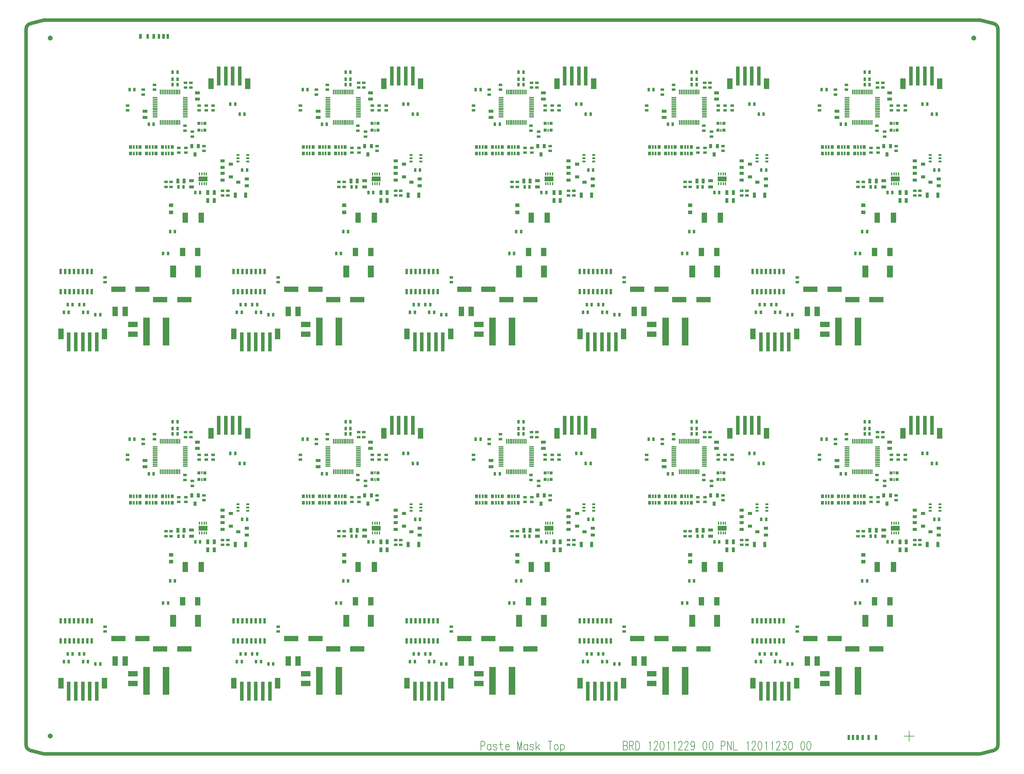
<source format=gbr>
*
G04 Job   : N:\Projects\kaufma01\BR167\12011229\PANEL_12011230\12011230.pnl*
G04 User  : DEDOCAE038:kaufma01*
G04 Layer : SolderPasteTop.gbr*
G04 Date  : Tue Feb 28 13:54:34 2017*
G04 Expedition Layer: Solder Paste - Top*
%ICAS*%
%MOIN*%
%FSDAX24Y24*%
%OFA0.0000B0.0000*%
G90*
G74*
%AMVB_RECTANGLE*
21,1,$1,$2,0,0,$3*
%
%ADD11C,0.00787*%
%ADD10C,0.03937*%
%ADD72VB_RECTANGLE,0.03150X0.03150X90.00000*%
%ADD19VB_RECTANGLE,0.03150X0.01575X270.00000*%
%ADD24VB_RECTANGLE,0.03150X0.01969X0.00000*%
%ADD73VB_RECTANGLE,0.03543X0.01575X270.00000*%
%ADD12VB_RECTANGLE,0.03937X0.02756X180.00000*%
%ADD20VB_RECTANGLE,0.03937X0.02756X90.00000*%
%ADD26VB_RECTANGLE,0.04331X0.01772X90.00000*%
%ADD27VB_RECTANGLE,0.04331X0.03150X90.00000*%
%ADD28VB_RECTANGLE,0.04724X0.03150X180.00000*%
%ADD23VB_RECTANGLE,0.04724X0.03150X270.00000*%
%ADD30VB_RECTANGLE,0.04724X0.03937X0.00000*%
%ADD16VB_RECTANGLE,0.05118X0.01181X0.00000*%
%ADD15VB_RECTANGLE,0.05118X0.01181X90.00000*%
%ADD18VB_RECTANGLE,0.05118X0.03150X180.00000*%
%ADD17VB_RECTANGLE,0.05118X0.03150X90.00000*%
%ADD13VB_RECTANGLE,0.05906X0.03150X270.00000*%
%ADD31VB_RECTANGLE,0.05906X0.15748X270.00000*%
%ADD25VB_RECTANGLE,0.06299X0.02362X90.00000*%
%ADD14VB_RECTANGLE,0.09055X0.06299X90.00000*%
%ADD70VB_RECTANGLE,0.09843X0.05118X0.00000*%
%ADD32VB_RECTANGLE,0.10630X0.06299X180.00000*%
%ADD33VB_RECTANGLE,0.10630X0.06299X90.00000*%
%ADD34VB_RECTANGLE,0.11417X0.06299X90.00000*%
%ADD21VB_RECTANGLE,0.11811X0.06299X270.00000*%
%ADD29VB_RECTANGLE,0.13386X0.06890X270.00000*%
%ADD22VB_RECTANGLE,0.21654X0.03937X270.00000*%
%ADD71VB_RECTANGLE,0.31102X0.07087X270.00000*%
G01*
G36*
X-096772Y-000283D02*
Y-000039D01*
X-097015*
G02X-097018Y000000I000283J000039*
X-096732Y000285I000286*
X-096693Y000283J000285*
G01Y000039*
X-096450*
G02X-096447Y000000I000282J000039*
X-096732Y-000285I000285*
X-096772Y-000283J000285*
G01Y000283D02*
Y000039D01*
X-097015*
G03X-097018Y000000I000283J000039*
X-096732Y-000285I000286*
X-096693Y-000283J000285*
G01Y-000039*
X-096450*
G03X-096447Y000000I000282J000039*
X-096732Y000285I000285*
X-096772Y000283J000285*
G01D02*
Y000039D01*
X-097015*
G03X-097018Y000000I000283J000039*
X-096732Y-000285I000286*
X-096693Y-000283J000285*
G01Y-000039*
X-096450*
G03X-096447Y000000I000282J000039*
X-096732Y000285I000285*
X-096772Y000283J000285*
G01Y078379D02*
Y078622D01*
X-097015*
G02X-097018Y078661I000283J000039*
X-096732Y078947I000286*
X-096693Y078944J000286*
G01Y078701*
X-096450*
G02X-096447Y078661I000282J000040*
X-096732Y078376I000285*
X-096772Y078379J000285*
G01Y078944D02*
Y078701D01*
X-097015*
G03X-097018Y078661I000283J000040*
X-096732Y078376I000286*
X-096693Y078379J000285*
G01Y078622*
X-096450*
G03X-096447Y078661I000282J000039*
X-096732Y078947I000285*
X-096772Y078944J000286*
G01X-086713Y078583D02*
X-086437D01*
Y079134*
X-086713*
Y078583*
X-085886D02*
X-085610D01*
Y079134*
X-085886*
Y078583*
X-085217D02*
X-084941D01*
Y079134*
X-085217*
Y078583*
X-084626D02*
X-084350D01*
Y079134*
X-084626*
Y078583*
X-084114D02*
X-083839D01*
Y079134*
X-084114*
Y078583*
X-083642D02*
X-083366D01*
Y079134*
X-083642*
Y078583*
X-006929Y-000433D02*
X-006654D01*
Y000118*
X-006929*
Y-000433*
X-006457D02*
X-006181D01*
Y000118*
X-006457*
Y-000433*
X-005945D02*
X-005669D01*
Y000118*
X-005945*
Y-000433*
X-005354D02*
X-005079D01*
Y000118*
X-005354*
Y-000433*
X-004685D02*
X-004409D01*
Y000118*
X-004685*
Y-000433*
X-003858D02*
X-003583D01*
Y000118*
X-003858*
Y-000433*
X007244Y078379D02*
Y078622D01*
X007001*
G02X006998Y078661I000282J000039*
X007283Y078947I000285*
X007323Y078944J000286*
G01Y078701*
X007566*
G02X007569Y078661I000283J000040*
X007283Y078376I000286*
X007244Y078379J000285*
G01Y078944D02*
Y078701D01*
X007001*
G03X006998Y078661I000282J000040*
X007283Y078376I000285*
X007323Y078379J000285*
G01Y078622*
X007566*
G03X007569Y078661I000283J000039*
X007283Y078947I000286*
X007244Y078944J000286*
G37*
G54D10*
G01X-038819Y-002008D02*
X-097433D01*
G02X-097588Y-001987J000591*
G01X-099012Y-001602*
G02X-099449Y-001031I000154J000571*
G01Y079701*
G02X-099008Y080272I000591*
G01X-097587Y080650*
G02X-097433Y080669I000154J000571*
G01X007992*
G02X008142Y080650J000590*
G01X009563Y080276*
G02X010000Y079705I000154J000571*
G01Y-001031*
G02X009563Y-001602I000591*
G01X008151Y-001987*
G02X007995Y-002008I000156J000570*
G01X-038819*
G54D11*
X-048226Y-001575D02*
Y-000591D01*
X-047944*
X-047850Y-000650*
X-047819Y-000695*
X-047787Y-000784*
Y-000919*
X-047819Y-001023*
X-047850Y-001068*
X-047944Y-001113*
X-048226*
X-047098Y-001068D02*
X-047172Y-000978D01*
X-047245Y-000934*
X-047359*
X-047433Y-000978*
X-047506Y-001068*
X-047537Y-001202*
Y-001306*
X-047506Y-001441*
X-047433Y-001530*
X-047359Y-001575*
X-047245*
X-047172Y-001530*
X-047098Y-001441*
Y-000934D02*
Y-001575D01*
X-046410Y-001068D02*
X-046451Y-000978D01*
X-046566Y-000934*
X-046691*
X-046817Y-000978*
X-046848Y-001068*
X-046817Y-001157*
X-046733Y-001202*
X-046535Y-001247*
X-046451Y-001306*
X-046410Y-001396*
Y-001441*
X-046451Y-001530*
X-046566Y-001575*
X-046691*
X-046817Y-001530*
X-046848Y-001441*
X-046159Y-000934D02*
X-045773D01*
X-046002Y-000605D02*
Y-001396D01*
X-045940Y-001530*
X-045825Y-001575*
X-045721*
X-045470Y-001202D02*
X-045032D01*
Y-001113*
X-045063Y-001023*
X-045105Y-000978*
X-045178Y-000934*
X-045293*
X-045366Y-000978*
X-045439Y-001068*
X-045470Y-001202*
Y-001306*
X-045439Y-001441*
X-045366Y-001530*
X-045293Y-001575*
X-045178*
X-045105Y-001530*
X-045032Y-001441*
X-044092Y-001575D02*
Y-000591D01*
X-043873Y-001575*
X-043654Y-000591*
Y-001575*
X-042965Y-001068D02*
X-043038Y-000978D01*
X-043111Y-000934*
X-043226*
X-043299Y-000978*
X-043372Y-001068*
X-043403Y-001202*
Y-001306*
X-043372Y-001441*
X-043299Y-001530*
X-043226Y-001575*
X-043111*
X-043038Y-001530*
X-042965Y-001441*
Y-000934D02*
Y-001575D01*
X-042276Y-001068D02*
X-042318Y-000978D01*
X-042432Y-000934*
X-042558*
X-042683Y-000978*
X-042714Y-001068*
X-042683Y-001157*
X-042599Y-001202*
X-042401Y-001247*
X-042318Y-001306*
X-042276Y-001396*
Y-001441*
X-042318Y-001530*
X-042432Y-001575*
X-042558*
X-042683Y-001530*
X-042714Y-001441*
X-042025Y-000605D02*
Y-001575D01*
X-041869Y-001202D02*
X-041587Y-001575D01*
X-041629Y-000934D02*
X-042025Y-001396D01*
X-040647Y-000591D02*
X-040209D01*
X-040428D02*
Y-001575D01*
X-039791Y-000934D02*
X-039864Y-000978D01*
X-039927Y-001068*
X-039958Y-001202*
Y-001306*
X-039927Y-001441*
X-039864Y-001530*
X-039791Y-001575*
X-039687*
X-039624Y-001530*
X-039551Y-001441*
X-039520Y-001306*
Y-001202*
X-039551Y-001068*
X-039624Y-000978*
X-039687Y-000934*
X-039791*
X-039269Y-001068D02*
X-039207Y-000978D01*
X-039123Y-000934*
X-039019*
X-038946Y-000978*
X-038862Y-001068*
X-038831Y-001202*
Y-001306*
X-038862Y-001441*
X-038946Y-001530*
X-039019Y-001575*
X-039123*
X-039207Y-001530*
X-039269Y-001441*
Y-000934D02*
Y-001903D01*
X-032179Y-001068D02*
X-031897D01*
X-031803Y-001113*
X-031772Y-001157*
X-031741Y-001247*
Y-001396*
X-031772Y-001485*
X-031803Y-001530*
X-031897Y-001575*
X-032179*
Y-000591*
X-031897*
X-031803Y-000650*
X-031772Y-000695*
X-031741Y-000784*
Y-000874*
X-031772Y-000963*
X-031803Y-001023*
X-031897Y-001068*
X-031490Y-001575D02*
Y-000591D01*
X-031208*
X-031114Y-000650*
X-031083Y-000695*
X-031052Y-000784*
Y-000874*
X-031083Y-000963*
X-031114Y-001023*
X-031208Y-001068*
X-031490*
X-031271D02*
X-031052Y-001575D01*
X-030801Y-000591D02*
X-030582D01*
X-030488Y-000650*
X-030425Y-000740*
X-030394Y-000829*
X-030363Y-000963*
Y-001202*
X-030394Y-001336*
X-030425Y-001441*
X-030488Y-001530*
X-030582Y-001575*
X-030801*
Y-000591*
X-029256Y-000784D02*
X-029215Y-000740D01*
X-029162Y-000605*
Y-001575*
X-028703Y-000829D02*
Y-000784D01*
X-028672Y-000695*
X-028640Y-000650*
X-028578Y-000591*
X-028453*
X-028390Y-000650*
X-028359Y-000695*
X-028327Y-000784*
Y-000874*
X-028359Y-000963*
X-028421Y-001113*
X-028734Y-001575*
X-028296*
X-027857Y-000605D02*
X-027951Y-000650D01*
X-028014Y-000784*
X-028045Y-001023*
Y-001157*
X-028014Y-001396*
X-027951Y-001530*
X-027857Y-001575*
X-027795*
X-027701Y-001530*
X-027638Y-001396*
X-027607Y-001157*
Y-001023*
X-027638Y-000784*
X-027701Y-000650*
X-027795Y-000605*
X-027857*
X-027189Y-000784D02*
X-027148Y-000740D01*
X-027095Y-000605*
Y-001575*
X-026500Y-000784D02*
X-026459Y-000740D01*
X-026406Y-000605*
Y-001575*
X-025947Y-000829D02*
Y-000784D01*
X-025916Y-000695*
X-025885Y-000650*
X-025822Y-000591*
X-025697*
X-025634Y-000650*
X-025603Y-000695*
X-025571Y-000784*
Y-000874*
X-025603Y-000963*
X-025665Y-001113*
X-025979Y-001575*
X-025540*
X-025258Y-000829D02*
Y-000784D01*
X-025227Y-000695*
X-025196Y-000650*
X-025133Y-000591*
X-025008*
X-024945Y-000650*
X-024914Y-000695*
X-024882Y-000784*
Y-000874*
X-024914Y-000963*
X-024976Y-001113*
X-025290Y-001575*
X-024851*
X-024162Y-000919D02*
X-024193Y-001068D01*
X-024256Y-001157*
X-024371Y-001202*
X-024402*
X-024507Y-001157*
X-024569Y-001068*
X-024601Y-000919*
Y-000874*
X-024569Y-000740*
X-024507Y-000650*
X-024402Y-000605*
X-024371*
X-024256Y-000650*
X-024193Y-000740*
X-024162Y-000919*
Y-001157*
X-024193Y-001396*
X-024256Y-001530*
X-024371Y-001575*
X-024434*
X-024538Y-001530*
X-024569Y-001441*
X-023035Y-000605D02*
X-023129Y-000650D01*
X-023191Y-000784*
X-023223Y-001023*
Y-001157*
X-023191Y-001396*
X-023129Y-001530*
X-023035Y-001575*
X-022972*
X-022878Y-001530*
X-022816Y-001396*
X-022784Y-001157*
Y-001023*
X-022816Y-000784*
X-022878Y-000650*
X-022972Y-000605*
X-023035*
X-022346D02*
X-022440Y-000650D01*
X-022502Y-000784*
X-022534Y-001023*
Y-001157*
X-022502Y-001396*
X-022440Y-001530*
X-022346Y-001575*
X-022283*
X-022189Y-001530*
X-022127Y-001396*
X-022095Y-001157*
Y-001023*
X-022127Y-000784*
X-022189Y-000650*
X-022283Y-000605*
X-022346*
X-021156Y-001575D02*
Y-000591D01*
X-020874*
X-020780Y-000650*
X-020749Y-000695*
X-020717Y-000784*
Y-000919*
X-020749Y-001023*
X-020780Y-001068*
X-020874Y-001113*
X-021156*
X-020467Y-001575D02*
Y-000591D01*
X-020028Y-001575*
Y-000591*
X-019778D02*
Y-001575D01*
X-019339*
X-018233Y-000784D02*
X-018191Y-000740D01*
X-018139Y-000605*
Y-001575*
X-017680Y-000829D02*
Y-000784D01*
X-017648Y-000695*
X-017617Y-000650*
X-017554Y-000591*
X-017429*
X-017366Y-000650*
X-017335Y-000695*
X-017304Y-000784*
Y-000874*
X-017335Y-000963*
X-017398Y-001113*
X-017711Y-001575*
X-017273*
X-016834Y-000605D02*
X-016928Y-000650D01*
X-016991Y-000784*
X-017022Y-001023*
Y-001157*
X-016991Y-001396*
X-016928Y-001530*
X-016834Y-001575*
X-016771*
X-016678Y-001530*
X-016615Y-001396*
X-016584Y-001157*
Y-001023*
X-016615Y-000784*
X-016678Y-000650*
X-016771Y-000605*
X-016834*
X-016166Y-000784D02*
X-016124Y-000740D01*
X-016072Y-000605*
Y-001575*
X-015477Y-000784D02*
X-015435Y-000740D01*
X-015383Y-000605*
Y-001575*
X-014924Y-000829D02*
Y-000784D01*
X-014892Y-000695*
X-014861Y-000650*
X-014799Y-000591*
X-014673*
X-014611Y-000650*
X-014579Y-000695*
X-014548Y-000784*
Y-000874*
X-014579Y-000963*
X-014642Y-001113*
X-014955Y-001575*
X-014517*
X-014204Y-000605D02*
X-013859D01*
X-014047Y-000978*
X-013953*
X-013890Y-001023*
X-013859Y-001068*
X-013828Y-001202*
Y-001306*
X-013859Y-001441*
X-013922Y-001530*
X-014016Y-001575*
X-014110*
X-014204Y-001530*
X-014235Y-001485*
X-014266Y-001396*
X-013389Y-000605D02*
X-013483Y-000650D01*
X-013546Y-000784*
X-013577Y-001023*
Y-001157*
X-013546Y-001396*
X-013483Y-001530*
X-013389Y-001575*
X-013327*
X-013233Y-001530*
X-013170Y-001396*
X-013139Y-001157*
Y-001023*
X-013170Y-000784*
X-013233Y-000650*
X-013327Y-000605*
X-013389*
X-012011D02*
X-012105Y-000650D01*
X-012168Y-000784*
X-012199Y-001023*
Y-001157*
X-012168Y-001396*
X-012105Y-001530*
X-012011Y-001575*
X-011949*
X-011855Y-001530*
X-011792Y-001396*
X-011761Y-001157*
Y-001023*
X-011792Y-000784*
X-011855Y-000650*
X-011949Y-000605*
X-012011*
X-011322D02*
X-011416Y-000650D01*
X-011479Y-000784*
X-011510Y-001023*
Y-001157*
X-011479Y-001396*
X-011416Y-001530*
X-011322Y-001575*
X-011260*
X-011166Y-001530*
X-011103Y-001396*
X-011072Y-001157*
Y-001023*
X-011103Y-000784*
X-011166Y-000650*
X-011260Y-000605*
X-011322*
X-000591Y000000D02*
X000591D01*
X000000Y000591D02*
Y-000591D01*
G54D12*
X-090551Y011772D03*
Y012323D03*
Y051142D03*
Y051693D03*
X-088031Y031142D03*
Y031693D03*
Y070512D03*
Y071063D03*
X-086260Y032913D03*
Y033465D03*
Y072283D03*
Y072835D03*
X-085000Y033465D03*
Y034016D03*
Y072835D03*
Y073386D03*
X-083701Y022520D03*
Y023071D03*
Y061890D03*
Y062441D03*
X-083110Y022520D03*
Y023071D03*
Y061890D03*
Y062441D03*
X-082244Y026378D03*
Y026929D03*
Y065748D03*
Y066299D03*
X-081575Y028858D03*
Y029409D03*
Y068228D03*
Y068780D03*
X-081496Y033701D03*
Y034252D03*
Y073071D03*
Y073622D03*
X-081457Y026378D03*
Y026929D03*
Y065748D03*
Y066299D03*
X-080906Y033701D03*
Y034252D03*
Y073071D03*
Y073622D03*
X-080709Y028189D03*
Y028740D03*
Y067559D03*
Y068110D03*
X-079961Y031142D03*
Y031693D03*
Y070512D03*
Y071063D03*
X-079409Y026575D03*
Y027126D03*
Y065945D03*
Y066496D03*
X-079173Y031142D03*
Y031693D03*
Y070512D03*
Y071063D03*
X-078386Y031142D03*
Y031693D03*
Y070512D03*
Y071063D03*
X-077323Y021535D03*
Y022087D03*
Y060906D03*
Y061457D03*
X-076732Y021535D03*
Y022087D03*
Y060906D03*
Y061457D03*
X-071063Y011772D03*
Y012323D03*
Y051142D03*
Y051693D03*
X-068543Y031142D03*
Y031693D03*
Y070512D03*
Y071063D03*
X-066772Y032913D03*
Y033465D03*
Y072283D03*
Y072835D03*
X-065512Y033465D03*
Y034016D03*
Y072835D03*
Y073386D03*
X-064213Y022520D03*
Y023071D03*
Y061890D03*
Y062441D03*
X-063622Y022520D03*
Y023071D03*
Y061890D03*
Y062441D03*
X-062756Y026378D03*
Y026929D03*
Y065748D03*
Y066299D03*
X-062087Y028858D03*
Y029409D03*
Y068228D03*
Y068780D03*
X-062008Y033701D03*
Y034252D03*
Y073071D03*
Y073622D03*
X-061969Y026378D03*
Y026929D03*
Y065748D03*
Y066299D03*
X-061417Y033701D03*
Y034252D03*
Y073071D03*
Y073622D03*
X-061220Y028189D03*
Y028740D03*
Y067559D03*
Y068110D03*
X-060472Y031142D03*
Y031693D03*
Y070512D03*
Y071063D03*
X-059921Y026575D03*
Y027126D03*
Y065945D03*
Y066496D03*
X-059685Y031142D03*
Y031693D03*
Y070512D03*
Y071063D03*
X-058898Y031142D03*
Y031693D03*
Y070512D03*
Y071063D03*
X-057835Y021535D03*
Y022087D03*
Y060906D03*
Y061457D03*
X-057244Y021535D03*
Y022087D03*
Y060906D03*
Y061457D03*
X-051575Y011772D03*
Y012323D03*
Y051142D03*
Y051693D03*
X-049055Y031142D03*
Y031693D03*
Y070512D03*
Y071063D03*
X-047283Y032913D03*
Y033465D03*
Y072283D03*
Y072835D03*
X-046024Y033465D03*
Y034016D03*
Y072835D03*
Y073386D03*
X-044724Y022520D03*
Y023071D03*
Y061890D03*
Y062441D03*
X-044134Y022520D03*
Y023071D03*
Y061890D03*
Y062441D03*
X-043268Y026378D03*
Y026929D03*
Y065748D03*
Y066299D03*
X-042598Y028858D03*
Y029409D03*
Y068228D03*
Y068780D03*
X-042520Y033701D03*
Y034252D03*
Y073071D03*
Y073622D03*
X-042480Y026378D03*
Y026929D03*
Y065748D03*
Y066299D03*
X-041929Y033701D03*
Y034252D03*
Y073071D03*
Y073622D03*
X-041732Y028189D03*
Y028740D03*
Y067559D03*
Y068110D03*
X-040984Y031142D03*
Y031693D03*
Y070512D03*
Y071063D03*
X-040433Y026575D03*
Y027126D03*
Y065945D03*
Y066496D03*
X-040197Y031142D03*
Y031693D03*
Y070512D03*
Y071063D03*
X-039409Y031142D03*
Y031693D03*
Y070512D03*
Y071063D03*
X-038346Y021535D03*
Y022087D03*
Y060906D03*
Y061457D03*
X-037756Y021535D03*
Y022087D03*
Y060906D03*
Y061457D03*
X-032087Y011772D03*
Y012323D03*
Y051142D03*
Y051693D03*
X-029567Y031142D03*
Y031693D03*
Y070512D03*
Y071063D03*
X-027795Y032913D03*
Y033465D03*
Y072283D03*
Y072835D03*
X-026535Y033465D03*
Y034016D03*
Y072835D03*
Y073386D03*
X-025236Y022520D03*
Y023071D03*
Y061890D03*
Y062441D03*
X-024646Y022520D03*
Y023071D03*
Y061890D03*
Y062441D03*
X-023780Y026378D03*
Y026929D03*
Y065748D03*
Y066299D03*
X-023110Y028858D03*
Y029409D03*
Y068228D03*
Y068780D03*
X-023031Y033701D03*
Y034252D03*
Y073071D03*
Y073622D03*
X-022992Y026378D03*
Y026929D03*
Y065748D03*
Y066299D03*
X-022441Y033701D03*
Y034252D03*
Y073071D03*
Y073622D03*
X-022244Y028189D03*
Y028740D03*
Y067559D03*
Y068110D03*
X-021496Y031142D03*
Y031693D03*
Y070512D03*
Y071063D03*
X-020945Y026575D03*
Y027126D03*
Y065945D03*
Y066496D03*
X-020709Y031142D03*
Y031693D03*
Y070512D03*
Y071063D03*
X-019921Y031142D03*
Y031693D03*
Y070512D03*
Y071063D03*
X-018858Y021535D03*
Y022087D03*
Y060906D03*
Y061457D03*
X-018268Y021535D03*
Y022087D03*
Y060906D03*
Y061457D03*
X-012598Y011772D03*
Y012323D03*
Y051142D03*
Y051693D03*
X-010079Y031142D03*
Y031693D03*
Y070512D03*
Y071063D03*
X-008307Y032913D03*
Y033465D03*
Y072283D03*
Y072835D03*
X-007047Y033465D03*
Y034016D03*
Y072835D03*
Y073386D03*
X-005748Y022520D03*
Y023071D03*
Y061890D03*
Y062441D03*
X-005157Y022520D03*
Y023071D03*
Y061890D03*
Y062441D03*
X-004291Y026378D03*
Y026929D03*
Y065748D03*
Y066299D03*
X-003622Y028858D03*
Y029409D03*
Y068228D03*
Y068780D03*
X-003543Y033701D03*
Y034252D03*
Y073071D03*
Y073622D03*
X-003504Y026378D03*
Y026929D03*
Y065748D03*
Y066299D03*
X-002953Y033701D03*
Y034252D03*
Y073071D03*
Y073622D03*
X-002756Y028189D03*
Y028740D03*
Y067559D03*
Y068110D03*
X-002008Y031142D03*
Y031693D03*
Y070512D03*
Y071063D03*
X-001457Y026575D03*
Y027126D03*
Y065945D03*
Y066496D03*
X-001220Y031142D03*
Y031693D03*
Y070512D03*
Y071063D03*
X-000433Y031142D03*
Y031693D03*
Y070512D03*
Y071063D03*
X000630Y021535D03*
Y022087D03*
Y060906D03*
Y061457D03*
X001220Y021535D03*
Y022087D03*
Y060906D03*
Y061457D03*
G54D13*
X-075906Y021575D03*
Y060945D03*
X-074724Y021575D03*
Y060945D03*
X-056417Y021575D03*
Y060945D03*
X-055236Y021575D03*
Y060945D03*
X-036929Y021575D03*
Y060945D03*
X-035748Y021575D03*
Y060945D03*
X-017441Y021575D03*
Y060945D03*
X-016260Y021575D03*
Y060945D03*
X002047Y021575D03*
Y060945D03*
X003228Y021575D03*
Y060945D03*
G54D14*
X-081841Y015197D03*
Y054567D03*
X-080128Y015197D03*
Y054567D03*
X-062352Y015197D03*
Y054567D03*
X-060640Y015197D03*
Y054567D03*
X-042864Y015197D03*
Y054567D03*
X-041152Y015197D03*
Y054567D03*
X-023376Y015197D03*
Y054567D03*
X-021663Y015197D03*
Y054567D03*
X-003888Y015197D03*
Y054567D03*
X-002175Y015197D03*
Y054567D03*
G54D15*
X-084311Y029783D03*
Y033209D03*
Y069154D03*
Y072579D03*
X-084114Y029783D03*
Y033209D03*
Y069154D03*
Y072579D03*
X-083917Y029783D03*
Y033209D03*
Y069154D03*
Y072579D03*
X-083720Y029783D03*
Y033209D03*
Y069154D03*
Y072579D03*
X-083524Y029783D03*
Y033209D03*
Y069154D03*
Y072579D03*
X-083327Y029783D03*
Y033209D03*
Y069154D03*
Y072579D03*
X-083130Y029783D03*
Y033209D03*
Y069154D03*
Y072579D03*
X-082933Y029783D03*
Y033209D03*
Y069154D03*
Y072579D03*
X-082736Y029783D03*
Y033209D03*
Y069154D03*
Y072579D03*
X-082539Y029783D03*
Y033209D03*
Y069154D03*
Y072579D03*
X-082343Y029783D03*
Y033209D03*
Y069154D03*
Y072579D03*
X-082146Y029783D03*
Y033209D03*
Y069154D03*
Y072579D03*
X-064823Y029783D03*
Y033209D03*
Y069154D03*
Y072579D03*
X-064626Y029783D03*
Y033209D03*
Y069154D03*
Y072579D03*
X-064429Y029783D03*
Y033209D03*
Y069154D03*
Y072579D03*
X-064232Y029783D03*
Y033209D03*
Y069154D03*
Y072579D03*
X-064035Y029783D03*
Y033209D03*
Y069154D03*
Y072579D03*
X-063839Y029783D03*
Y033209D03*
Y069154D03*
Y072579D03*
X-063642Y029783D03*
Y033209D03*
Y069154D03*
Y072579D03*
X-063445Y029783D03*
Y033209D03*
Y069154D03*
Y072579D03*
X-063248Y029783D03*
Y033209D03*
Y069154D03*
Y072579D03*
X-063051Y029783D03*
Y033209D03*
Y069154D03*
Y072579D03*
X-062854Y029783D03*
Y033209D03*
Y069154D03*
Y072579D03*
X-062657Y029783D03*
Y033209D03*
Y069154D03*
Y072579D03*
X-045335Y029783D03*
Y033209D03*
Y069154D03*
Y072579D03*
X-045138Y029783D03*
Y033209D03*
Y069154D03*
Y072579D03*
X-044941Y029783D03*
Y033209D03*
Y069154D03*
Y072579D03*
X-044744Y029783D03*
Y033209D03*
Y069154D03*
Y072579D03*
X-044547Y029783D03*
Y033209D03*
Y069154D03*
Y072579D03*
X-044350Y029783D03*
Y033209D03*
Y069154D03*
Y072579D03*
X-044154Y029783D03*
Y033209D03*
Y069154D03*
Y072579D03*
X-043957Y029783D03*
Y033209D03*
Y069154D03*
Y072579D03*
X-043760Y029783D03*
Y033209D03*
Y069154D03*
Y072579D03*
X-043563Y029783D03*
Y033209D03*
Y069154D03*
Y072579D03*
X-043366Y029783D03*
Y033209D03*
Y069154D03*
Y072579D03*
X-043169Y029783D03*
Y033209D03*
Y069154D03*
Y072579D03*
X-025846Y029783D03*
Y033209D03*
Y069154D03*
Y072579D03*
X-025650Y029783D03*
Y033209D03*
Y069154D03*
Y072579D03*
X-025453Y029783D03*
Y033209D03*
Y069154D03*
Y072579D03*
X-025256Y029783D03*
Y033209D03*
Y069154D03*
Y072579D03*
X-025059Y029783D03*
Y033209D03*
Y069154D03*
Y072579D03*
X-024862Y029783D03*
Y033209D03*
Y069154D03*
Y072579D03*
X-024665Y029783D03*
Y033209D03*
Y069154D03*
Y072579D03*
X-024469Y029783D03*
Y033209D03*
Y069154D03*
Y072579D03*
X-024272Y029783D03*
Y033209D03*
Y069154D03*
Y072579D03*
X-024075Y029783D03*
Y033209D03*
Y069154D03*
Y072579D03*
X-023878Y029783D03*
Y033209D03*
Y069154D03*
Y072579D03*
X-023681Y029783D03*
Y033209D03*
Y069154D03*
Y072579D03*
X-006358Y029783D03*
Y033209D03*
Y069154D03*
Y072579D03*
X-006161Y029783D03*
Y033209D03*
Y069154D03*
Y072579D03*
X-005965Y029783D03*
Y033209D03*
Y069154D03*
Y072579D03*
X-005768Y029783D03*
Y033209D03*
Y069154D03*
Y072579D03*
X-005571Y029783D03*
Y033209D03*
Y069154D03*
Y072579D03*
X-005374Y029783D03*
Y033209D03*
Y069154D03*
Y072579D03*
X-005177Y029783D03*
Y033209D03*
Y069154D03*
Y072579D03*
X-004980Y029783D03*
Y033209D03*
Y069154D03*
Y072579D03*
X-004783Y029783D03*
Y033209D03*
Y069154D03*
Y072579D03*
X-004587Y029783D03*
Y033209D03*
Y069154D03*
Y072579D03*
X-004390Y029783D03*
Y033209D03*
Y069154D03*
Y072579D03*
X-004193Y029783D03*
Y033209D03*
Y069154D03*
Y072579D03*
G54D16*
X-084941Y030413D03*
Y030610D03*
Y030807D03*
Y031004D03*
Y031201D03*
Y031398D03*
Y031594D03*
Y031791D03*
Y031988D03*
Y032185D03*
Y032382D03*
Y032579D03*
Y069783D03*
Y069980D03*
Y070177D03*
Y070374D03*
Y070571D03*
Y070768D03*
Y070965D03*
Y071161D03*
Y071358D03*
Y071555D03*
Y071752D03*
Y071949D03*
X-081516Y030413D03*
Y030610D03*
Y030807D03*
Y031004D03*
Y031201D03*
Y031398D03*
Y031594D03*
Y031791D03*
Y031988D03*
Y032185D03*
Y032382D03*
Y032579D03*
Y069783D03*
Y069980D03*
Y070177D03*
Y070374D03*
Y070571D03*
Y070768D03*
Y070965D03*
Y071161D03*
Y071358D03*
Y071555D03*
Y071752D03*
Y071949D03*
X-065453Y030413D03*
Y030610D03*
Y030807D03*
Y031004D03*
Y031201D03*
Y031398D03*
Y031594D03*
Y031791D03*
Y031988D03*
Y032185D03*
Y032382D03*
Y032579D03*
Y069783D03*
Y069980D03*
Y070177D03*
Y070374D03*
Y070571D03*
Y070768D03*
Y070965D03*
Y071161D03*
Y071358D03*
Y071555D03*
Y071752D03*
Y071949D03*
X-062028Y030413D03*
Y030610D03*
Y030807D03*
Y031004D03*
Y031201D03*
Y031398D03*
Y031594D03*
Y031791D03*
Y031988D03*
Y032185D03*
Y032382D03*
Y032579D03*
Y069783D03*
Y069980D03*
Y070177D03*
Y070374D03*
Y070571D03*
Y070768D03*
Y070965D03*
Y071161D03*
Y071358D03*
Y071555D03*
Y071752D03*
Y071949D03*
X-045965Y030413D03*
Y030610D03*
Y030807D03*
Y031004D03*
Y031201D03*
Y031398D03*
Y031594D03*
Y031791D03*
Y031988D03*
Y032185D03*
Y032382D03*
Y032579D03*
Y069783D03*
Y069980D03*
Y070177D03*
Y070374D03*
Y070571D03*
Y070768D03*
Y070965D03*
Y071161D03*
Y071358D03*
Y071555D03*
Y071752D03*
Y071949D03*
X-042539Y030413D03*
Y030610D03*
Y030807D03*
Y031004D03*
Y031201D03*
Y031398D03*
Y031594D03*
Y031791D03*
Y031988D03*
Y032185D03*
Y032382D03*
Y032579D03*
Y069783D03*
Y069980D03*
Y070177D03*
Y070374D03*
Y070571D03*
Y070768D03*
Y070965D03*
Y071161D03*
Y071358D03*
Y071555D03*
Y071752D03*
Y071949D03*
X-026476Y030413D03*
Y030610D03*
Y030807D03*
Y031004D03*
Y031201D03*
Y031398D03*
Y031594D03*
Y031791D03*
Y031988D03*
Y032185D03*
Y032382D03*
Y032579D03*
Y069783D03*
Y069980D03*
Y070177D03*
Y070374D03*
Y070571D03*
Y070768D03*
Y070965D03*
Y071161D03*
Y071358D03*
Y071555D03*
Y071752D03*
Y071949D03*
X-023051Y030413D03*
Y030610D03*
Y030807D03*
Y031004D03*
Y031201D03*
Y031398D03*
Y031594D03*
Y031791D03*
Y031988D03*
Y032185D03*
Y032382D03*
Y032579D03*
Y069783D03*
Y069980D03*
Y070177D03*
Y070374D03*
Y070571D03*
Y070768D03*
Y070965D03*
Y071161D03*
Y071358D03*
Y071555D03*
Y071752D03*
Y071949D03*
X-006988Y030413D03*
Y030610D03*
Y030807D03*
Y031004D03*
Y031201D03*
Y031398D03*
Y031594D03*
Y031791D03*
Y031988D03*
Y032185D03*
Y032382D03*
Y032579D03*
Y069783D03*
Y069980D03*
Y070177D03*
Y070374D03*
Y070571D03*
Y070768D03*
Y070965D03*
Y071161D03*
Y071358D03*
Y071555D03*
Y071752D03*
Y071949D03*
X-003563Y030413D03*
Y030610D03*
Y030807D03*
Y031004D03*
Y031201D03*
Y031398D03*
Y031594D03*
Y031791D03*
Y031988D03*
Y032185D03*
Y032382D03*
Y032579D03*
Y069783D03*
Y069980D03*
Y070177D03*
Y070374D03*
Y070571D03*
Y070768D03*
Y070965D03*
Y071161D03*
Y071358D03*
Y071555D03*
Y071752D03*
Y071949D03*
G54D17*
X-082362Y023189D03*
Y062559D03*
X-081654Y023189D03*
Y062559D03*
X-078976Y020984D03*
Y021890D03*
Y060354D03*
Y061260D03*
X-078268Y020984D03*
Y021890D03*
Y060354D03*
Y061260D03*
X-062874Y023189D03*
Y062559D03*
X-062165Y023189D03*
Y062559D03*
X-059488Y020984D03*
Y021890D03*
Y060354D03*
Y061260D03*
X-058780Y020984D03*
Y021890D03*
Y060354D03*
Y061260D03*
X-043386Y023189D03*
Y062559D03*
X-042677Y023189D03*
Y062559D03*
X-040000Y020984D03*
Y021890D03*
Y060354D03*
Y061260D03*
X-039291Y020984D03*
Y021890D03*
Y060354D03*
Y061260D03*
X-023898Y023189D03*
Y062559D03*
X-023189Y023189D03*
Y062559D03*
X-020512Y020984D03*
Y021890D03*
Y060354D03*
Y061260D03*
X-019803Y020984D03*
Y021890D03*
Y060354D03*
Y061260D03*
X-004409Y023189D03*
Y062559D03*
X-003701Y023189D03*
Y062559D03*
X-001024Y020984D03*
Y021890D03*
Y060354D03*
Y061260D03*
X-000315Y020984D03*
Y021890D03*
Y060354D03*
Y061260D03*
G54D18*
X-086063Y030354D03*
Y031063D03*
Y069724D03*
Y070433D03*
X-080827Y022520D03*
Y023228D03*
Y061890D03*
Y062598D03*
X-080157Y032402D03*
Y033110D03*
Y071772D03*
Y072480D03*
X-066575Y030354D03*
Y031063D03*
Y069724D03*
Y070433D03*
X-061339Y022520D03*
Y023228D03*
Y061890D03*
Y062598D03*
X-060669Y032402D03*
Y033110D03*
Y071772D03*
Y072480D03*
X-047087Y030354D03*
Y031063D03*
Y069724D03*
Y070433D03*
X-041850Y022520D03*
Y023228D03*
Y061890D03*
Y062598D03*
X-041181Y032402D03*
Y033110D03*
Y071772D03*
Y072480D03*
X-027598Y030354D03*
Y031063D03*
Y069724D03*
Y070433D03*
X-022362Y022520D03*
Y023228D03*
Y061890D03*
Y062598D03*
X-021693Y032402D03*
Y033110D03*
Y071772D03*
Y072480D03*
X-008110Y030354D03*
Y031063D03*
Y069724D03*
Y070433D03*
X-002874Y022520D03*
Y023228D03*
Y061890D03*
Y062598D03*
X-002205Y032402D03*
Y033110D03*
Y071772D03*
Y072480D03*
G54D19*
X-079911Y022874D03*
Y023976D03*
Y062244D03*
Y063346D03*
X-079656Y022874D03*
Y023976D03*
Y062244D03*
Y063346D03*
X-079400Y022874D03*
Y023976D03*
Y062244D03*
Y063346D03*
X-079144Y022874D03*
Y023976D03*
Y062244D03*
Y063346D03*
X-060423Y022874D03*
Y023976D03*
Y062244D03*
Y063346D03*
X-060167Y022874D03*
Y023976D03*
Y062244D03*
Y063346D03*
X-059911Y022874D03*
Y023976D03*
Y062244D03*
Y063346D03*
X-059656Y022874D03*
Y023976D03*
Y062244D03*
Y063346D03*
X-040935Y022874D03*
Y023976D03*
Y062244D03*
Y063346D03*
X-040679Y022874D03*
Y023976D03*
Y062244D03*
Y063346D03*
X-040423Y022874D03*
Y023976D03*
Y062244D03*
Y063346D03*
X-040167Y022874D03*
Y023976D03*
Y062244D03*
Y063346D03*
X-021447Y022874D03*
Y023976D03*
Y062244D03*
Y063346D03*
X-021191Y022874D03*
Y023976D03*
Y062244D03*
Y063346D03*
X-020935Y022874D03*
Y023976D03*
Y062244D03*
Y063346D03*
X-020679Y022874D03*
Y023976D03*
Y062244D03*
Y063346D03*
X-001959Y022874D03*
Y023976D03*
Y062244D03*
Y063346D03*
X-001703Y022874D03*
Y023976D03*
Y062244D03*
Y063346D03*
X-001447Y022874D03*
Y023976D03*
Y062244D03*
Y063346D03*
X-001191Y022874D03*
Y023976D03*
Y062244D03*
Y063346D03*
G54D20*
X-095197Y008386D03*
Y047756D03*
X-094764Y009252D03*
Y048622D03*
X-094646Y008386D03*
Y047756D03*
X-094213Y009252D03*
Y048622D03*
X-093465Y009252D03*
Y048622D03*
X-093031Y008386D03*
Y047756D03*
X-092913Y009252D03*
Y048622D03*
X-092480Y008386D03*
Y047756D03*
X-091654Y008110D03*
Y047480D03*
X-091102Y008110D03*
Y047480D03*
X-087795Y033465D03*
Y072835D03*
X-087244Y033465D03*
Y072835D03*
X-085630Y029567D03*
Y068937D03*
X-085079Y029567D03*
Y068937D03*
X-084016Y015000D03*
Y054370D03*
X-083465Y015000D03*
Y054370D03*
X-083228Y017480D03*
Y056850D03*
X-082953Y034055D03*
Y034646D03*
Y035433D03*
Y073425D03*
Y074016D03*
Y074803D03*
X-082677Y017480D03*
Y056850D03*
X-082402Y034055D03*
Y034646D03*
Y035433D03*
Y073425D03*
Y074016D03*
Y074803D03*
X-082283Y022520D03*
Y061890D03*
X-081732Y022520D03*
Y061890D03*
X-080394Y021890D03*
Y061260D03*
X-079843Y021890D03*
Y061260D03*
X-076457Y031850D03*
Y071220D03*
X-075906Y031850D03*
Y071220D03*
X-075709Y008386D03*
Y047756D03*
X-075394Y030709D03*
Y070079D03*
X-075276Y009252D03*
Y048622D03*
X-075157Y008386D03*
Y047756D03*
X-075118Y024409D03*
Y063780D03*
X-074843Y030709D03*
Y070079D03*
X-074724Y009252D03*
Y048622D03*
X-074567Y024409D03*
Y063780D03*
X-073976Y009252D03*
Y048622D03*
X-073543Y008386D03*
Y047756D03*
X-073425Y009252D03*
Y048622D03*
X-072992Y008386D03*
Y047756D03*
X-072165Y008110D03*
Y047480D03*
X-071614Y008110D03*
Y047480D03*
X-068307Y033465D03*
Y072835D03*
X-067756Y033465D03*
Y072835D03*
X-066142Y029567D03*
Y068937D03*
X-065591Y029567D03*
Y068937D03*
X-064528Y015000D03*
Y054370D03*
X-063976Y015000D03*
Y054370D03*
X-063740Y017480D03*
Y056850D03*
X-063465Y034055D03*
Y034646D03*
Y035433D03*
Y073425D03*
Y074016D03*
Y074803D03*
X-063189Y017480D03*
Y056850D03*
X-062913Y034055D03*
Y034646D03*
Y035433D03*
Y073425D03*
Y074016D03*
Y074803D03*
X-062795Y022520D03*
Y061890D03*
X-062244Y022520D03*
Y061890D03*
X-060906Y021890D03*
Y061260D03*
X-060354Y021890D03*
Y061260D03*
X-056969Y031850D03*
Y071220D03*
X-056417Y031850D03*
Y071220D03*
X-056220Y008386D03*
Y047756D03*
X-055906Y030709D03*
Y070079D03*
X-055787Y009252D03*
Y048622D03*
X-055669Y008386D03*
Y047756D03*
X-055630Y024409D03*
Y063780D03*
X-055354Y030709D03*
Y070079D03*
X-055236Y009252D03*
Y048622D03*
X-055079Y024409D03*
Y063780D03*
X-054488Y009252D03*
Y048622D03*
X-054055Y008386D03*
Y047756D03*
X-053937Y009252D03*
Y048622D03*
X-053504Y008386D03*
Y047756D03*
X-052677Y008110D03*
Y047480D03*
X-052126Y008110D03*
Y047480D03*
X-048819Y033465D03*
Y072835D03*
X-048268Y033465D03*
Y072835D03*
X-046654Y029567D03*
Y068937D03*
X-046102Y029567D03*
Y068937D03*
X-045039Y015000D03*
Y054370D03*
X-044488Y015000D03*
Y054370D03*
X-044252Y017480D03*
Y056850D03*
X-043976Y034055D03*
Y034646D03*
Y035433D03*
Y073425D03*
Y074016D03*
Y074803D03*
X-043701Y017480D03*
Y056850D03*
X-043425Y034055D03*
Y034646D03*
Y035433D03*
Y073425D03*
Y074016D03*
Y074803D03*
X-043307Y022520D03*
Y061890D03*
X-042756Y022520D03*
Y061890D03*
X-041417Y021890D03*
Y061260D03*
X-040866Y021890D03*
Y061260D03*
X-037480Y031850D03*
Y071220D03*
X-036929Y031850D03*
Y071220D03*
X-036732Y008386D03*
Y047756D03*
X-036417Y030709D03*
Y070079D03*
X-036299Y009252D03*
Y048622D03*
X-036181Y008386D03*
Y047756D03*
X-036142Y024409D03*
Y063780D03*
X-035866Y030709D03*
Y070079D03*
X-035748Y009252D03*
Y048622D03*
X-035591Y024409D03*
Y063780D03*
X-035000Y009252D03*
Y048622D03*
X-034567Y008386D03*
Y047756D03*
X-034449Y009252D03*
Y048622D03*
X-034016Y008386D03*
Y047756D03*
X-033189Y008110D03*
Y047480D03*
X-032638Y008110D03*
Y047480D03*
X-029331Y033465D03*
Y072835D03*
X-028780Y033465D03*
Y072835D03*
X-027165Y029567D03*
Y068937D03*
X-026614Y029567D03*
Y068937D03*
X-025551Y015000D03*
Y054370D03*
X-025000Y015000D03*
Y054370D03*
X-024764Y017480D03*
Y056850D03*
X-024488Y034055D03*
Y034646D03*
Y035433D03*
Y073425D03*
Y074016D03*
Y074803D03*
X-024213Y017480D03*
Y056850D03*
X-023937Y034055D03*
Y034646D03*
Y035433D03*
Y073425D03*
Y074016D03*
Y074803D03*
X-023819Y022520D03*
Y061890D03*
X-023268Y022520D03*
Y061890D03*
X-021929Y021890D03*
Y061260D03*
X-021378Y021890D03*
Y061260D03*
X-017992Y031850D03*
Y071220D03*
X-017441Y031850D03*
Y071220D03*
X-017244Y008386D03*
Y047756D03*
X-016929Y030709D03*
Y070079D03*
X-016811Y009252D03*
Y048622D03*
X-016693Y008386D03*
Y047756D03*
X-016654Y024409D03*
Y063780D03*
X-016378Y030709D03*
Y070079D03*
X-016260Y009252D03*
Y048622D03*
X-016102Y024409D03*
Y063780D03*
X-015512Y009252D03*
Y048622D03*
X-015079Y008386D03*
Y047756D03*
X-014961Y009252D03*
Y048622D03*
X-014528Y008386D03*
Y047756D03*
X-013701Y008110D03*
Y047480D03*
X-013150Y008110D03*
Y047480D03*
X-009843Y033465D03*
Y072835D03*
X-009291Y033465D03*
Y072835D03*
X-007677Y029567D03*
Y068937D03*
X-007126Y029567D03*
Y068937D03*
X-006063Y015000D03*
Y054370D03*
X-005512Y015000D03*
Y054370D03*
X-005276Y017480D03*
Y056850D03*
X-005000Y034055D03*
Y034646D03*
Y035433D03*
Y073425D03*
Y074016D03*
Y074803D03*
X-004724Y017480D03*
Y056850D03*
X-004449Y034055D03*
Y034646D03*
Y035433D03*
Y073425D03*
Y074016D03*
Y074803D03*
X-004331Y022520D03*
Y061890D03*
X-003780Y022520D03*
Y061890D03*
X-002441Y021890D03*
Y061260D03*
X-001890Y021890D03*
Y061260D03*
X001496Y031850D03*
Y071220D03*
X002047Y031850D03*
Y071220D03*
X002559Y030709D03*
Y070079D03*
X002835Y024409D03*
Y063780D03*
X003110Y030709D03*
Y070079D03*
X003386Y024409D03*
Y063780D03*
G54D21*
X-095531Y005945D03*
Y045315D03*
X-090610Y005945D03*
Y045315D03*
X-078642Y034134D03*
Y073504D03*
X-076043Y005945D03*
Y045315D03*
X-074508Y034134D03*
Y073504D03*
X-071122Y005945D03*
Y045315D03*
X-059154Y034134D03*
Y073504D03*
X-056555Y005945D03*
Y045315D03*
X-055020Y034134D03*
Y073504D03*
X-051634Y005945D03*
Y045315D03*
X-039665Y034134D03*
Y073504D03*
X-037067Y005945D03*
Y045315D03*
X-035531Y034134D03*
Y073504D03*
X-032146Y005945D03*
Y045315D03*
X-020177Y034134D03*
Y073504D03*
X-017579Y005945D03*
Y045315D03*
X-016043Y034134D03*
Y073504D03*
X-012657Y005945D03*
Y045315D03*
X-000689Y034134D03*
Y073504D03*
X003445Y034134D03*
Y073504D03*
G54D22*
X-094646Y005059D03*
Y044429D03*
X-093858Y005059D03*
Y044429D03*
X-093071Y005059D03*
Y044429D03*
X-092283Y005059D03*
Y044429D03*
X-091496Y005059D03*
Y044429D03*
X-077756Y035020D03*
Y074390D03*
X-076969Y035020D03*
Y074390D03*
X-076181Y035020D03*
Y074390D03*
X-075394Y035020D03*
Y074390D03*
X-075157Y005059D03*
Y044429D03*
X-074370Y005059D03*
Y044429D03*
X-073583Y005059D03*
Y044429D03*
X-072795Y005059D03*
Y044429D03*
X-072008Y005059D03*
Y044429D03*
X-058268Y035020D03*
Y074390D03*
X-057480Y035020D03*
Y074390D03*
X-056693Y035020D03*
Y074390D03*
X-055906Y035020D03*
Y074390D03*
X-055669Y005059D03*
Y044429D03*
X-054882Y005059D03*
Y044429D03*
X-054094Y005059D03*
Y044429D03*
X-053307Y005059D03*
Y044429D03*
X-052520Y005059D03*
Y044429D03*
X-038780Y035020D03*
Y074390D03*
X-037992Y035020D03*
Y074390D03*
X-037205Y035020D03*
Y074390D03*
X-036417Y035020D03*
Y074390D03*
X-036181Y005059D03*
Y044429D03*
X-035394Y005059D03*
Y044429D03*
X-034606Y005059D03*
Y044429D03*
X-033819Y005059D03*
Y044429D03*
X-033031Y005059D03*
Y044429D03*
X-019291Y035020D03*
Y074390D03*
X-018504Y035020D03*
Y074390D03*
X-017717Y035020D03*
Y074390D03*
X-016929Y035020D03*
Y074390D03*
X-016693Y005059D03*
Y044429D03*
X-015906Y005059D03*
Y044429D03*
X-015118Y005059D03*
Y044429D03*
X-014331Y005059D03*
Y044429D03*
X-013543Y005059D03*
Y044429D03*
X000197Y035020D03*
Y074390D03*
X000984Y035020D03*
Y074390D03*
X001772Y035020D03*
Y074390D03*
X002559Y035020D03*
Y074390D03*
G54D23*
X-080807Y027126D03*
Y066496D03*
X-080433Y026181D03*
Y065551D03*
X-080059Y027126D03*
Y066496D03*
X-061319Y027126D03*
Y066496D03*
X-060945Y026181D03*
Y065551D03*
X-060571Y027126D03*
Y066496D03*
X-041831Y027126D03*
Y066496D03*
X-041457Y026181D03*
Y065551D03*
X-041083Y027126D03*
Y066496D03*
X-022343Y027126D03*
Y066496D03*
X-021969Y026181D03*
Y065551D03*
X-021594Y027126D03*
Y066496D03*
X-002854Y027126D03*
Y066496D03*
X-002480Y026181D03*
Y065551D03*
X-002106Y027126D03*
Y066496D03*
G54D24*
X-075591Y025374D03*
Y025748D03*
Y026122D03*
Y064744D03*
Y065118D03*
Y065492D03*
X-074488Y025374D03*
Y025748D03*
Y026122D03*
Y064744D03*
Y065118D03*
Y065492D03*
X-056102Y025374D03*
Y025748D03*
Y026122D03*
Y064744D03*
Y065118D03*
Y065492D03*
X-055000Y025374D03*
Y025748D03*
Y026122D03*
Y064744D03*
Y065118D03*
Y065492D03*
X-036614Y025374D03*
Y025748D03*
Y026122D03*
Y064744D03*
Y065118D03*
Y065492D03*
X-035512Y025374D03*
Y025748D03*
Y026122D03*
Y064744D03*
Y065118D03*
Y065492D03*
X-017126Y025374D03*
Y025748D03*
Y026122D03*
Y064744D03*
Y065118D03*
Y065492D03*
X-016024Y025374D03*
Y025748D03*
Y026122D03*
Y064744D03*
Y065118D03*
Y065492D03*
X002362Y025374D03*
Y025748D03*
Y026122D03*
Y064744D03*
Y065118D03*
Y065492D03*
X003465Y025374D03*
Y025748D03*
Y026122D03*
Y064744D03*
Y065118D03*
Y065492D03*
G54D25*
X-095569Y010709D03*
Y012992D03*
Y050079D03*
Y052362D03*
X-095069Y010709D03*
Y012992D03*
Y050079D03*
Y052362D03*
X-094569Y010709D03*
Y012992D03*
Y050079D03*
Y052362D03*
X-094069Y010709D03*
Y012992D03*
Y050079D03*
Y052362D03*
X-093569Y010709D03*
Y012992D03*
Y050079D03*
Y052362D03*
X-093069Y010709D03*
Y012992D03*
Y050079D03*
Y052362D03*
X-092569Y010709D03*
Y012992D03*
Y050079D03*
Y052362D03*
X-092069Y010709D03*
Y012992D03*
Y050079D03*
Y052362D03*
X-076081Y010709D03*
Y012992D03*
Y050079D03*
Y052362D03*
X-075581Y010709D03*
Y012992D03*
Y050079D03*
Y052362D03*
X-075081Y010709D03*
Y012992D03*
Y050079D03*
Y052362D03*
X-074581Y010709D03*
Y012992D03*
Y050079D03*
Y052362D03*
X-074081Y010709D03*
Y012992D03*
Y050079D03*
Y052362D03*
X-073581Y010709D03*
Y012992D03*
Y050079D03*
Y052362D03*
X-073081Y010709D03*
Y012992D03*
Y050079D03*
Y052362D03*
X-072581Y010709D03*
Y012992D03*
Y050079D03*
Y052362D03*
X-056593Y010709D03*
Y012992D03*
Y050079D03*
Y052362D03*
X-056093Y010709D03*
Y012992D03*
Y050079D03*
Y052362D03*
X-055593Y010709D03*
Y012992D03*
Y050079D03*
Y052362D03*
X-055093Y010709D03*
Y012992D03*
Y050079D03*
Y052362D03*
X-054593Y010709D03*
Y012992D03*
Y050079D03*
Y052362D03*
X-054093Y010709D03*
Y012992D03*
Y050079D03*
Y052362D03*
X-053593Y010709D03*
Y012992D03*
Y050079D03*
Y052362D03*
X-053093Y010709D03*
Y012992D03*
Y050079D03*
Y052362D03*
X-037104Y010709D03*
Y012992D03*
Y050079D03*
Y052362D03*
X-036604Y010709D03*
Y012992D03*
Y050079D03*
Y052362D03*
X-036104Y010709D03*
Y012992D03*
Y050079D03*
Y052362D03*
X-035604Y010709D03*
Y012992D03*
Y050079D03*
Y052362D03*
X-035104Y010709D03*
Y012992D03*
Y050079D03*
Y052362D03*
X-034604Y010709D03*
Y012992D03*
Y050079D03*
Y052362D03*
X-034104Y010709D03*
Y012992D03*
Y050079D03*
Y052362D03*
X-033604Y010709D03*
Y012992D03*
Y050079D03*
Y052362D03*
X-017616Y010709D03*
Y012992D03*
Y050079D03*
Y052362D03*
X-017116Y010709D03*
Y012992D03*
Y050079D03*
Y052362D03*
X-016616Y010709D03*
Y012992D03*
Y050079D03*
Y052362D03*
X-016116Y010709D03*
Y012992D03*
Y050079D03*
Y052362D03*
X-015616Y010709D03*
Y012992D03*
Y050079D03*
Y052362D03*
X-015116Y010709D03*
Y012992D03*
Y050079D03*
Y052362D03*
X-014616Y010709D03*
Y012992D03*
Y050079D03*
Y052362D03*
X-014116Y010709D03*
Y012992D03*
Y050079D03*
Y052362D03*
G54D26*
X-087323Y026280D03*
Y027028D03*
Y065650D03*
Y066398D03*
X-087008Y026280D03*
Y027028D03*
Y065650D03*
Y066398D03*
X-085512Y026280D03*
Y027028D03*
Y065650D03*
Y066398D03*
X-085197Y026280D03*
Y027028D03*
Y065650D03*
Y066398D03*
X-083701Y026280D03*
Y027028D03*
Y065650D03*
Y066398D03*
X-083386Y026280D03*
Y027028D03*
Y065650D03*
Y066398D03*
X-067835Y026280D03*
Y027028D03*
Y065650D03*
Y066398D03*
X-067520Y026280D03*
Y027028D03*
Y065650D03*
Y066398D03*
X-066024Y026280D03*
Y027028D03*
Y065650D03*
Y066398D03*
X-065709Y026280D03*
Y027028D03*
Y065650D03*
Y066398D03*
X-064213Y026280D03*
Y027028D03*
Y065650D03*
Y066398D03*
X-063898Y026280D03*
Y027028D03*
Y065650D03*
Y066398D03*
X-048346Y026280D03*
Y027028D03*
Y065650D03*
Y066398D03*
X-048031Y026280D03*
Y027028D03*
Y065650D03*
Y066398D03*
X-046535Y026280D03*
Y027028D03*
Y065650D03*
Y066398D03*
X-046220Y026280D03*
Y027028D03*
Y065650D03*
Y066398D03*
X-044724Y026280D03*
Y027028D03*
Y065650D03*
Y066398D03*
X-044409Y026280D03*
Y027028D03*
Y065650D03*
Y066398D03*
X-028858Y026280D03*
Y027028D03*
Y065650D03*
Y066398D03*
X-028543Y026280D03*
Y027028D03*
Y065650D03*
Y066398D03*
X-027047Y026280D03*
Y027028D03*
Y065650D03*
Y066398D03*
X-026732Y026280D03*
Y027028D03*
Y065650D03*
Y066398D03*
X-025236Y026280D03*
Y027028D03*
Y065650D03*
Y066398D03*
X-024921Y026280D03*
Y027028D03*
Y065650D03*
Y066398D03*
X-009370Y026280D03*
Y027028D03*
Y065650D03*
Y066398D03*
X-009055Y026280D03*
Y027028D03*
Y065650D03*
Y066398D03*
X-007559Y026280D03*
Y027028D03*
Y065650D03*
Y066398D03*
X-007244Y026280D03*
Y027028D03*
Y065650D03*
Y066398D03*
X-005748Y026280D03*
Y027028D03*
Y065650D03*
Y066398D03*
X-005433Y026280D03*
Y027028D03*
Y065650D03*
Y066398D03*
G54D27*
X-087707Y026280D03*
Y027028D03*
Y065650D03*
Y066398D03*
X-086624Y026280D03*
Y027028D03*
Y065650D03*
Y066398D03*
X-085896Y026280D03*
Y027028D03*
Y065650D03*
Y066398D03*
X-084813Y026280D03*
Y027028D03*
Y065650D03*
Y066398D03*
X-084085Y026280D03*
Y027028D03*
Y065650D03*
Y066398D03*
X-083002Y026280D03*
Y027028D03*
Y065650D03*
Y066398D03*
X-068219Y026280D03*
Y027028D03*
Y065650D03*
Y066398D03*
X-067136Y026280D03*
Y027028D03*
Y065650D03*
Y066398D03*
X-066407Y026280D03*
Y027028D03*
Y065650D03*
Y066398D03*
X-065325Y026280D03*
Y027028D03*
Y065650D03*
Y066398D03*
X-064596Y026280D03*
Y027028D03*
Y065650D03*
Y066398D03*
X-063514Y026280D03*
Y027028D03*
Y065650D03*
Y066398D03*
X-048730Y026280D03*
Y027028D03*
Y065650D03*
Y066398D03*
X-047648Y026280D03*
Y027028D03*
Y065650D03*
Y066398D03*
X-046919Y026280D03*
Y027028D03*
Y065650D03*
Y066398D03*
X-045837Y026280D03*
Y027028D03*
Y065650D03*
Y066398D03*
X-045108Y026280D03*
Y027028D03*
Y065650D03*
Y066398D03*
X-044026Y026280D03*
Y027028D03*
Y065650D03*
Y066398D03*
X-029242Y026280D03*
Y027028D03*
Y065650D03*
Y066398D03*
X-028159Y026280D03*
Y027028D03*
Y065650D03*
Y066398D03*
X-027431Y026280D03*
Y027028D03*
Y065650D03*
Y066398D03*
X-026348Y026280D03*
Y027028D03*
Y065650D03*
Y066398D03*
X-025620Y026280D03*
Y027028D03*
Y065650D03*
Y066398D03*
X-024537Y026280D03*
Y027028D03*
Y065650D03*
Y066398D03*
X-009754Y026280D03*
Y027028D03*
Y065650D03*
Y066398D03*
X-008671Y026280D03*
Y027028D03*
Y065650D03*
Y066398D03*
X-007943Y026280D03*
Y027028D03*
Y065650D03*
Y066398D03*
X-006860Y026280D03*
Y027028D03*
Y065650D03*
Y066398D03*
X-006132Y026280D03*
Y027028D03*
Y065650D03*
Y066398D03*
X-005049Y026280D03*
Y027028D03*
Y065650D03*
Y066398D03*
G54D28*
X-077323Y023287D03*
Y024035D03*
Y024705D03*
Y025453D03*
Y062657D03*
Y063406D03*
Y064075D03*
Y064823D03*
X-076378Y023661D03*
Y025079D03*
Y063031D03*
Y064449D03*
X-075551Y023031D03*
Y062402D03*
X-074606Y022657D03*
Y023406D03*
Y062028D03*
Y062776D03*
X-057835Y023287D03*
Y024035D03*
Y024705D03*
Y025453D03*
Y062657D03*
Y063406D03*
Y064075D03*
Y064823D03*
X-056890Y023661D03*
Y025079D03*
Y063031D03*
Y064449D03*
X-056063Y023031D03*
Y062402D03*
X-055118Y022657D03*
Y023406D03*
Y062028D03*
Y062776D03*
X-038346Y023287D03*
Y024035D03*
Y024705D03*
Y025453D03*
Y062657D03*
Y063406D03*
Y064075D03*
Y064823D03*
X-037402Y023661D03*
Y025079D03*
Y063031D03*
Y064449D03*
X-036575Y023031D03*
Y062402D03*
X-035630Y022657D03*
Y023406D03*
Y062028D03*
Y062776D03*
X-018858Y023287D03*
Y024035D03*
Y024705D03*
Y025453D03*
Y062657D03*
Y063406D03*
Y064075D03*
Y064823D03*
X-017913Y023661D03*
Y025079D03*
Y063031D03*
Y064449D03*
X-017087Y023031D03*
Y062402D03*
X-016142Y022657D03*
Y023406D03*
Y062028D03*
Y062776D03*
X000630Y023287D03*
Y024035D03*
Y024705D03*
Y025453D03*
Y062657D03*
Y063406D03*
Y064075D03*
Y064823D03*
X001575Y023661D03*
Y025079D03*
Y063031D03*
Y064449D03*
X002402Y023031D03*
Y062402D03*
X003346Y022657D03*
Y023406D03*
Y062028D03*
Y062776D03*
G54D29*
X-082886Y012992D03*
Y052362D03*
X-080106Y012992D03*
Y052362D03*
X-063398Y012992D03*
Y052362D03*
X-060618Y012992D03*
Y052362D03*
X-043910Y012992D03*
Y052362D03*
X-041129Y012992D03*
Y052362D03*
X-024422Y012992D03*
Y052362D03*
X-021641Y012992D03*
Y052362D03*
X-004934Y012992D03*
Y052362D03*
X-002153Y012992D03*
Y052362D03*
G54D30*
X-083110Y019646D03*
Y020433D03*
Y059016D03*
Y059803D03*
X-063622Y019646D03*
Y020433D03*
Y059016D03*
Y059803D03*
X-044134Y019646D03*
Y020433D03*
Y059016D03*
Y059803D03*
X-024646Y019646D03*
Y020433D03*
Y059016D03*
Y059803D03*
X-005157Y019646D03*
Y020433D03*
Y059016D03*
Y059803D03*
G54D31*
X-089075Y010984D03*
Y050354D03*
X-086358Y010984D03*
Y050354D03*
X-084350Y009803D03*
Y049173D03*
X-081634Y009803D03*
Y049173D03*
X-069587Y010984D03*
Y050354D03*
X-066870Y010984D03*
Y050354D03*
X-064862Y009803D03*
Y049173D03*
X-062146Y009803D03*
Y049173D03*
X-050098Y010984D03*
Y050354D03*
X-047382Y010984D03*
Y050354D03*
X-045374Y009803D03*
Y049173D03*
X-042657Y009803D03*
Y049173D03*
X-030610Y010984D03*
Y050354D03*
X-027894Y010984D03*
Y050354D03*
X-025886Y009803D03*
Y049173D03*
X-023169Y009803D03*
Y049173D03*
X-011122Y010984D03*
Y050354D03*
X-008406Y010984D03*
Y050354D03*
X-006398Y009803D03*
Y049173D03*
X-003681Y009803D03*
Y049173D03*
G54D32*
X-087441Y005906D03*
Y007008D03*
Y045276D03*
Y046378D03*
X-067953Y005906D03*
Y007008D03*
Y045276D03*
Y046378D03*
X-048465Y005906D03*
Y007008D03*
Y045276D03*
Y046378D03*
X-028976Y005906D03*
Y007008D03*
Y045276D03*
Y046378D03*
X-009488Y005906D03*
Y007008D03*
Y045276D03*
Y046378D03*
G54D33*
X-089409Y008465D03*
Y047835D03*
X-088307Y008465D03*
Y047835D03*
X-069921Y008465D03*
Y047835D03*
X-068819Y008465D03*
Y047835D03*
X-050433Y008465D03*
Y047835D03*
X-049331Y008465D03*
Y047835D03*
X-030945Y008465D03*
Y047835D03*
X-029843Y008465D03*
Y047835D03*
X-011457Y008465D03*
Y047835D03*
X-010354Y008465D03*
Y047835D03*
G54D34*
X-081535Y019055D03*
Y058425D03*
X-079724Y019055D03*
Y058425D03*
X-062047Y019055D03*
Y058425D03*
X-060236Y019055D03*
Y058425D03*
X-042559Y019055D03*
Y058425D03*
X-040748Y019055D03*
Y058425D03*
X-023071Y019055D03*
Y058425D03*
X-021260Y019055D03*
Y058425D03*
X-003583Y019055D03*
Y058425D03*
X-001772Y019055D03*
Y058425D03*
G54D70*
X-079528Y023425D03*
Y062795D03*
X-060039Y023425D03*
Y062795D03*
X-040551Y023425D03*
Y062795D03*
X-021063Y023425D03*
Y062795D03*
X-001575Y023425D03*
Y062795D03*
G54D71*
X-085906Y006220D03*
Y045591D03*
X-083701Y006220D03*
Y045591D03*
X-066417Y006220D03*
Y045591D03*
X-064213Y006220D03*
Y045591D03*
X-046929Y006220D03*
Y045591D03*
X-044724Y006220D03*
Y045591D03*
X-027441Y006220D03*
Y045591D03*
X-025236Y006220D03*
Y045591D03*
X-007953Y006220D03*
Y045591D03*
X-005748Y006220D03*
Y045591D03*
G54D72*
X-079980Y028917D03*
Y029665D03*
Y068287D03*
Y069035D03*
X-079311Y028917D03*
Y029665D03*
Y068287D03*
Y069035D03*
X-060492Y028917D03*
Y029665D03*
Y068287D03*
Y069035D03*
X-059823Y028917D03*
Y029665D03*
Y068287D03*
Y069035D03*
X-041004Y028917D03*
Y029665D03*
Y068287D03*
Y069035D03*
X-040335Y028917D03*
Y029665D03*
Y068287D03*
Y069035D03*
X-021516Y028917D03*
Y029665D03*
Y068287D03*
Y069035D03*
X-020846Y028917D03*
Y029665D03*
Y068287D03*
Y069035D03*
X-002028Y028917D03*
Y029665D03*
Y068287D03*
Y069035D03*
X-001358Y028917D03*
Y029665D03*
Y068287D03*
Y069035D03*
G54D73*
X-079646Y028898D03*
Y029685D03*
Y068268D03*
Y069055D03*
X-060157Y028898D03*
Y029685D03*
Y068268D03*
Y069055D03*
X-040669Y028898D03*
Y029685D03*
Y068268D03*
Y069055D03*
X-021181Y028898D03*
Y029685D03*
Y068268D03*
Y069055D03*
X-001693Y028898D03*
Y029685D03*
Y068268D03*
Y069055D03*
M02*

</source>
